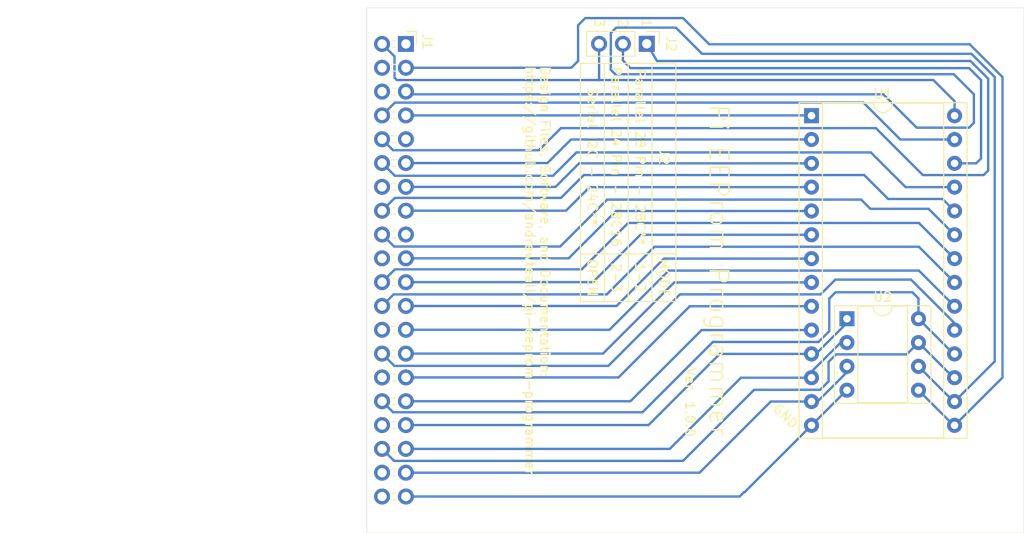
<source format=kicad_pcb>
(kicad_pcb (version 20211014) (generator pcbnew)
  (title_block (title "Pi EEPROM Programmer") (date "2023-12-04") (rev "1.0.0"))
  (layers (0 "F.Cu" signal) (31 "B.Cu" signal) (34 "B.Paste" user) (35 "F.Paste" user) (36 "B.SilkS" user "B.Silkscreen") (37 "F.SilkS" user "F.Silkscreen") (38 "B.Mask" user) (39 "F.Mask" user) (44 "Edge.Cuts" user))
  (net 0 "")
  (net 1 "3v3")
  (net 2 "5v")
  (net 3 "GND")
  (net 4 "#4")
  (net 5 "TXD")
  (net 6 "RXD")
  (net 7 "#17")
  (net 8 "#18")
  (net 9 "#27")
  (net 10 "#22")
  (net 11 "#23")
  (net 12 "#24")
  (net 13 "MOSI")
  (net 14 "MISO")
  (net 15 "#25")
  (net 16 "SCLK")
  (net 17 "CE0")
  (net 18 "CE1")
  (net 19 "EED")
  (net 20 "EEC")
  (net 21 "#5")
  (net 22 "#6")
  (net 23 "#12")
  (net 24 "#13")
  (net 25 "#19")
  (net 26 "#16")
  (net 27 "#26")
  (net 28 "GND1")
  (net 37 "SDA")
  (net 38 "SCL")
  (net 39 "SW_SEL")
  (footprint "Connector_PinSocket_2.54mm:PinSocket_2x20_P2.54mm_Horizontal" (layer "F.Cu") (at 136.595201 44.9215)
    (fp_text reference "J1" (at 2.2748 -0.23 270 unlocked) (layer "F.SilkS"))
    (fp_text value "Raspberry Pi GPIO Connector")
    (fp_line (start -1.49 38.46) (end -1.05 38.46) (layer "F.SilkS") (width 0.12))
    (fp_line (start -1.49 9.8) (end -1.05 9.8) (layer "F.SilkS") (width 0.12))
    (fp_line (start -1.49 47.9) (end -1.05 47.9) (layer "F.SilkS") (width 0.12))
    (fp_line (start -1.49 30.12) (end -1.05 30.12) (layer "F.SilkS") (width 0.12))
    (fp_line (start -1.49 4.72) (end -1.05 4.72) (layer "F.SilkS") (width 0.12))
    (fp_line (start -1.49 32.66) (end -1.05 32.66) (layer "F.SilkS") (width 0.12))
    (fp_line (start -1.49 14.88) (end -1.05 14.88) (layer "F.SilkS") (width 0.12))
    (fp_line (start -1.49 5.44) (end -1.05 5.44) (layer "F.SilkS") (width 0.12))
    (fp_line (start -1.49 42.82) (end -1.05 42.82) (layer "F.SilkS") (width 0.12))
    (fp_line (start -1.49 23.22) (end -1.05 23.22) (layer "F.SilkS") (width 0.12))
    (fp_line (start -1.49 22.5) (end -1.05 22.5) (layer "F.SilkS") (width 0.12))
    (fp_line (start -1.49 27.58) (end -1.05 27.58) (layer "F.SilkS") (width 0.12))
    (fp_line (start -1.49 12.34) (end -1.05 12.34) (layer "F.SilkS") (width 0.12))
    (fp_line (start -1.49 45.36) (end -1.05 45.36) (layer "F.SilkS") (width 0.12))
    (fp_line (start -1.49 46.08) (end -1.05 46.08) (layer "F.SilkS") (width 0.12))
    (fp_line (start -1.49 20.68) (end -1.05 20.68) (layer "F.SilkS") (width 0.12))
    (fp_line (start -1.49 25.76) (end -1.05 25.76) (layer "F.SilkS") (width 0.12))
    (fp_line (start -1.49 37.74) (end -1.05 37.74) (layer "F.SilkS") (width 0.12))
    (fp_line (start -1.49 41) (end -1.05 41) (layer "F.SilkS") (width 0.12))
    (fp_line (start -1.49 25.04) (end -1.05 25.04) (layer "F.SilkS") (width 0.12))
    (fp_line (start -1.49 7.98) (end -1.05 7.98) (layer "F.SilkS") (width 0.12))
    (fp_line (start -1.49 13.06) (end -1.05 13.06) (layer "F.SilkS") (width 0.12))
    (fp_line (start 1.11 -1.33) (end 1.11 0) (layer "F.SilkS") (width 0.12))
    (fp_line (start -1.49 2.18) (end -1.05 2.18) (layer "F.SilkS") (width 0.12))
    (fp_line (start -1.49 43.54) (end -1.05 43.54) (layer "F.SilkS") (width 0.12))
    (fp_line (start -1.49 7.26) (end -1.05 7.26) (layer "F.SilkS") (width 0.12))
    (fp_line (start -1.49 30.84) (end -1.05 30.84) (layer "F.SilkS") (width 0.12))
    (fp_line (start -1.49 2.9) (end -1.05 2.9) (layer "F.SilkS") (width 0.12))
    (fp_line (start 0 -1.33) (end 1.11 -1.33) (layer "F.SilkS") (width 0.12))
    (fp_line (start -1.49 18.14) (end -1.05 18.14) (layer "F.SilkS") (width 0.12))
    (fp_line (start -1.49 35.2) (end -1.05 35.2) (layer "F.SilkS") (width 0.12))
    (fp_line (start -1.49 28.3) (end -1.05 28.3) (layer "F.SilkS") (width 0.12))
    (fp_line (start -1.49 15.6) (end -1.05 15.6) (layer "F.SilkS") (width 0.12))
    (fp_line (start -1.49 17.42) (end -1.05 17.42) (layer "F.SilkS") (width 0.12))
    (fp_line (start -1.49 19.96) (end -1.05 19.96) (layer "F.SilkS") (width 0.12))
    (fp_line (start -1.49 35.92) (end -1.05 35.92) (layer "F.SilkS") (width 0.12))
    (fp_line (start -1.49 10.52) (end -1.05 10.52) (layer "F.SilkS") (width 0.12))
    (fp_line (start -1.49 33.38) (end -1.05 33.38) (layer "F.SilkS") (width 0.12))
    (fp_line (start -1.49 0.36) (end -1.11 0.36) (layer "F.SilkS") (width 0.12))
    (fp_line (start -1.49 48.62) (end -1.05 48.62) (layer "F.SilkS") (width 0.12))
    (fp_line (start -1.49 -0.36) (end -1.11 -0.36) (layer "F.SilkS") (width 0.12))
    (fp_line (start -1.49 40.28) (end -1.05 40.28) (layer "F.SilkS") (width 0.12))
    (pad "1" thru_hole rect (at 0 0) (size 1.7 1.7) (drill 1) (layers *.Cu *.Mask) (net 1 "3v3"))
    (pad "2" thru_hole oval (at -2.54 0) (size 1.7 1.7) (drill 1) (layers *.Cu *.Mask) (net 2 "5v"))
    (pad "3" thru_hole oval (at 0 2.54) (size 1.7 1.7) (drill 1) (layers *.Cu *.Mask) (net 37 "SDA"))
    (pad "4" thru_hole oval (at -2.54 2.54) (size 1.7 1.7) (drill 1) (layers *.Cu *.Mask))
    (pad "5" thru_hole oval (at 0 5.08) (size 1.7 1.7) (drill 1) (layers *.Cu *.Mask) (net 38 "SCL"))
    (pad "6" thru_hole oval (at -2.54 5.08) (size 1.7 1.7) (drill 1) (layers *.Cu *.Mask))
    (pad "7" thru_hole oval (at 0 7.62) (size 1.7 1.7) (drill 1) (layers *.Cu *.Mask) (net 4 "#4"))
    (pad "8" thru_hole oval (at -2.54 7.62) (size 1.7 1.7) (drill 1) (layers *.Cu *.Mask) (net 5 "TXD"))
    (pad "9" thru_hole oval (at 0 10.16) (size 1.7 1.7) (drill 1) (layers *.Cu *.Mask))
    (pad "10" thru_hole oval (at -2.54 10.16) (size 1.7 1.7) (drill 1) (layers *.Cu *.Mask) (net 6 "RXD"))
    (pad "11" thru_hole oval (at 0 12.7) (size 1.7 1.7) (drill 1) (layers *.Cu *.Mask) (net 7 "#17"))
    (pad "12" thru_hole oval (at -2.54 12.7) (size 1.7 1.7) (drill 1) (layers *.Cu *.Mask) (net 8 "#18"))
    (pad "13" thru_hole oval (at 0 15.24) (size 1.7 1.7) (drill 1) (layers *.Cu *.Mask) (net 9 "#27"))
    (pad "14" thru_hole oval (at -2.54 15.24) (size 1.7 1.7) (drill 1) (layers *.Cu *.Mask))
    (pad "15" thru_hole oval (at 0 17.78) (size 1.7 1.7) (drill 1) (layers *.Cu *.Mask) (net 10 "#22"))
    (pad "16" thru_hole oval (at -2.54 17.78) (size 1.7 1.7) (drill 1) (layers *.Cu *.Mask) (net 11 "#23"))
    (pad "17" thru_hole oval (at 0 20.32) (size 1.7 1.7) (drill 1) (layers *.Cu *.Mask))
    (pad "18" thru_hole oval (at -2.54 20.32) (size 1.7 1.7) (drill 1) (layers *.Cu *.Mask) (net 12 "#24"))
    (pad "19" thru_hole oval (at 0 22.86) (size 1.7 1.7) (drill 1) (layers *.Cu *.Mask) (net 13 "MOSI"))
    (pad "20" thru_hole oval (at -2.54 22.86) (size 1.7 1.7) (drill 1) (layers *.Cu *.Mask))
    (pad "21" thru_hole oval (at 0 25.4) (size 1.7 1.7) (drill 1) (layers *.Cu *.Mask) (net 14 "MISO"))
    (pad "22" thru_hole oval (at -2.54 25.4) (size 1.7 1.7) (drill 1) (layers *.Cu *.Mask) (net 15 "#25"))
    (pad "23" thru_hole oval (at 0 27.94) (size 1.7 1.7) (drill 1) (layers *.Cu *.Mask) (net 16 "SCLK"))
    (pad "24" thru_hole oval (at -2.54 27.94) (size 1.7 1.7) (drill 1) (layers *.Cu *.Mask) (net 17 "CE0"))
    (pad "25" thru_hole oval (at 0 30.48) (size 1.7 1.7) (drill 1) (layers *.Cu *.Mask) (net 28 "GND1"))
    (pad "26" thru_hole oval (at -2.54 30.48) (size 1.7 1.7) (drill 1) (layers *.Cu *.Mask) (net 18 "CE1"))
    (pad "27" thru_hole oval (at 0 33.02) (size 1.7 1.7) (drill 1) (layers *.Cu *.Mask) (net 19 "EED"))
    (pad "28" thru_hole oval (at -2.54 33.02) (size 1.7 1.7) (drill 1) (layers *.Cu *.Mask) (net 20 "EEC"))
    (pad "29" thru_hole oval (at 0 35.56) (size 1.7 1.7) (drill 1) (layers *.Cu *.Mask) (net 21 "#5"))
    (pad "30" thru_hole oval (at -2.54 35.56) (size 1.7 1.7) (drill 1) (layers *.Cu *.Mask))
    (pad "31" thru_hole oval (at 0 38.1) (size 1.7 1.7) (drill 1) (layers *.Cu *.Mask) (net 22 "#6"))
    (pad "32" thru_hole oval (at -2.54 38.1) (size 1.7 1.7) (drill 1) (layers *.Cu *.Mask) (net 23 "#12"))
    (pad "33" thru_hole oval (at 0 40.64) (size 1.7 1.7) (drill 1) (layers *.Cu *.Mask) (net 24 "#13"))
    (pad "34" thru_hole oval (at -2.54 40.64) (size 1.7 1.7) (drill 1) (layers *.Cu *.Mask))
    (pad "35" thru_hole oval (at 0 43.18) (size 1.7 1.7) (drill 1) (layers *.Cu *.Mask) (net 25 "#19"))
    (pad "36" thru_hole oval (at -2.54 43.18) (size 1.7 1.7) (drill 1) (layers *.Cu *.Mask) (net 26 "#16"))
    (pad "37" thru_hole oval (at 0 45.72) (size 1.7 1.7) (drill 1) (layers *.Cu *.Mask) (net 27 "#26"))
    (pad "38" thru_hole oval (at -2.54 45.72) (size 1.7 1.7) (drill 1) (layers *.Cu *.Mask))
    (pad "39" thru_hole oval (at 0 48.26) (size 1.7 1.7) (drill 1) (layers *.Cu *.Mask) (net 3 "GND"))
    (pad "40" thru_hole oval (at -2.54 48.26) (size 1.7 1.7) (drill 1) (layers *.Cu *.Mask))
  )
  (footprint "Package_DIP:DIP-28_W15.24mm_Socket" (layer "F.Cu") (at 179.8066 52.5715)
    (fp_text reference "U1" (at 7.62 -2.33) (layer "F.SilkS"))
    (fp_text value "ZIF Socket")
    (fp_line (start -1.33 -1.39) (end -1.33 34.41) (layer "F.SilkS") (width 0.12))
    (fp_line (start 16.57 34.41) (end 16.57 -1.39) (layer "F.SilkS") (width 0.12))
    (fp_line (start 1.16 34.35) (end 14.08 34.35) (layer "F.SilkS") (width 0.12))
    (fp_line (start 14.08 -1.33) (end 8.62 -1.33) (layer "F.SilkS") (width 0.12))
    (fp_line (start 14.08 34.35) (end 14.08 -1.33) (layer "F.SilkS") (width 0.12))
    (fp_line (start 16.57 -1.39) (end -1.33 -1.39) (layer "F.SilkS") (width 0.12))
    (fp_line (start -1.33 34.41) (end 16.57 34.41) (layer "F.SilkS") (width 0.12))
    (fp_line (start 1.16 -1.33) (end 1.16 34.35) (layer "F.SilkS") (width 0.12))
    (fp_line (start 6.62 -1.33) (end 1.16 -1.33) (layer "F.SilkS") (width 0.12))
    (fp_arc (start 8.62 -1.33) (mid 7.62 -0.33) (end 6.62 -1.33) (layer "F.SilkS") (width 0.12))
    (pad "1" thru_hole rect (at 0 0) (size 1.6 1.6) (drill 0.8) (layers *.Cu *.Mask) (net 4 "#4"))
    (pad "2" thru_hole oval (at 0 2.54) (size 1.6 1.6) (drill 0.8) (layers *.Cu *.Mask) (net 7 "#17"))
    (pad "3" thru_hole oval (at 0 5.08) (size 1.6 1.6) (drill 0.8) (layers *.Cu *.Mask) (net 9 "#27"))
    (pad "4" thru_hole oval (at 0 7.62) (size 1.6 1.6) (drill 0.8) (layers *.Cu *.Mask) (net 10 "#22"))
    (pad "5" thru_hole oval (at 0 10.16) (size 1.6 1.6) (drill 0.8) (layers *.Cu *.Mask) (net 13 "MOSI"))
    (pad "6" thru_hole oval (at 0 12.7) (size 1.6 1.6) (drill 0.8) (layers *.Cu *.Mask) (net 14 "MISO"))
    (pad "7" thru_hole oval (at 0 15.24) (size 1.6 1.6) (drill 0.8) (layers *.Cu *.Mask) (net 16 "SCLK"))
    (pad "8" thru_hole oval (at 0 17.78) (size 1.6 1.6) (drill 0.8) (layers *.Cu *.Mask) (net 19 "EED"))
    (pad "9" thru_hole oval (at 0 20.32) (size 1.6 1.6) (drill 0.8) (layers *.Cu *.Mask) (net 21 "#5"))
    (pad "10" thru_hole oval (at 0 22.86) (size 1.6 1.6) (drill 0.8) (layers *.Cu *.Mask) (net 22 "#6"))
    (pad "11" thru_hole oval (at 0 25.4) (size 1.6 1.6) (drill 0.8) (layers *.Cu *.Mask) (net 24 "#13"))
    (pad "12" thru_hole oval (at 0 27.94) (size 1.6 1.6) (drill 0.8) (layers *.Cu *.Mask) (net 25 "#19"))
    (pad "13" thru_hole oval (at 0 30.48) (size 1.6 1.6) (drill 0.8) (layers *.Cu *.Mask) (net 27 "#26"))
    (pad "14" thru_hole oval (at 0 33.02) (size 1.6 1.6) (drill 0.8) (layers *.Cu *.Mask) (net 3 "GND"))
    (pad "15" thru_hole oval (at 15.24 33.02) (size 1.6 1.6) (drill 0.8) (layers *.Cu *.Mask) (net 37 "SDA"))
    (pad "16" thru_hole oval (at 15.24 30.48) (size 1.6 1.6) (drill 0.8) (layers *.Cu *.Mask) (net 38 "SCL"))
    (pad "17" thru_hole oval (at 15.24 27.94) (size 1.6 1.6) (drill 0.8) (layers *.Cu *.Mask) (net 26 "#16"))
    (pad "18" thru_hole oval (at 15.24 25.4) (size 1.6 1.6) (drill 0.8) (layers *.Cu *.Mask) (net 23 "#12"))
    (pad "19" thru_hole oval (at 15.24 22.86) (size 1.6 1.6) (drill 0.8) (layers *.Cu *.Mask) (net 20 "EEC"))
    (pad "20" thru_hole oval (at 15.24 20.32) (size 1.6 1.6) (drill 0.8) (layers *.Cu *.Mask) (net 28 "GND1"))
    (pad "21" thru_hole oval (at 15.24 17.78) (size 1.6 1.6) (drill 0.8) (layers *.Cu *.Mask) (net 17 "CE0"))
    (pad "22" thru_hole oval (at 15.24 15.24) (size 1.6 1.6) (drill 0.8) (layers *.Cu *.Mask) (net 15 "#25"))
    (pad "23" thru_hole oval (at 15.24 12.7) (size 1.6 1.6) (drill 0.8) (layers *.Cu *.Mask) (net 12 "#24"))
    (pad "24" thru_hole oval (at 15.24 10.16) (size 1.6 1.6) (drill 0.8) (layers *.Cu *.Mask) (net 11 "#23"))
    (pad "25" thru_hole oval (at 15.24 7.62) (size 1.6 1.6) (drill 0.8) (layers *.Cu *.Mask) (net 8 "#18"))
    (pad "26" thru_hole oval (at 15.24 5.08) (size 1.6 1.6) (drill 0.8) (layers *.Cu *.Mask) (net 39 "SW_SEL"))
    (pad "27" thru_hole oval (at 15.24 2.54) (size 1.6 1.6) (drill 0.8) (layers *.Cu *.Mask) (net 5 "TXD"))
    (pad "28" thru_hole oval (at 15.24 0) (size 1.6 1.6) (drill 0.8) (layers *.Cu *.Mask) (net 2 "5v"))
  )
  (footprint "Package_DIP:DIP-8_W7.62mm_Socket" (layer "F.Cu") (at 183.5816 74.225)
    (fp_text reference "U2" (at 3.81 -2.33) (layer "F.SilkS"))
    (fp_text value "24C01-24C1024")
    (fp_line (start -1.33 9.01) (end 8.95 9.01) (layer "F.SilkS") (width 0.12))
    (fp_line (start -1.33 -1.39) (end -1.33 9.01) (layer "F.SilkS") (width 0.12))
    (fp_line (start 1.16 -1.33) (end 1.16 8.95) (layer "F.SilkS") (width 0.12))
    (fp_line (start 6.46 8.95) (end 6.46 -1.33) (layer "F.SilkS") (width 0.12))
    (fp_line (start 8.95 -1.39) (end -1.33 -1.39) (layer "F.SilkS") (width 0.12))
    (fp_line (start 1.16 8.95) (end 6.46 8.95) (layer "F.SilkS") (width 0.12))
    (fp_line (start 6.46 -1.33) (end 4.81 -1.33) (layer "F.SilkS") (width 0.12))
    (fp_line (start 2.81 -1.33) (end 1.16 -1.33) (layer "F.SilkS") (width 0.12))
    (fp_line (start 8.95 9.01) (end 8.95 -1.39) (layer "F.SilkS") (width 0.12))
    (fp_arc (start 4.81 -1.33) (mid 3.81 -0.33) (end 2.81 -1.33) (layer "F.SilkS") (width 0.12))
    (pad "1" thru_hole rect (at 0 0) (size 1.6 1.6) (drill 0.8) (layers *.Cu *.Mask) (net 24 "#13"))
    (pad "2" thru_hole oval (at 0 2.54) (size 1.6 1.6) (drill 0.8) (layers *.Cu *.Mask) (net 25 "#19"))
    (pad "3" thru_hole oval (at 0 5.08) (size 1.6 1.6) (drill 0.8) (layers *.Cu *.Mask) (net 27 "#26"))
    (pad "4" thru_hole oval (at 0 7.62) (size 1.6 1.6) (drill 0.8) (layers *.Cu *.Mask) (net 3 "GND"))
    (pad "5" thru_hole oval (at 7.62 7.62) (size 1.6 1.6) (drill 0.8) (layers *.Cu *.Mask) (net 37 "SDA"))
    (pad "6" thru_hole oval (at 7.62 5.08) (size 1.6 1.6) (drill 0.8) (layers *.Cu *.Mask) (net 38 "SCL"))
    (pad "7" thru_hole oval (at 7.62 2.54) (size 1.6 1.6) (drill 0.8) (layers *.Cu *.Mask) (net 26 "#16"))
    (pad "8" thru_hole oval (at 7.62 0) (size 1.6 1.6) (drill 0.8) (layers *.Cu *.Mask) (net 23 "#12"))
  )
  (footprint "Connector_PinHeader_2.54mm:PinHeader_1x03_P2.54mm_Vertical" (layer "F.Cu") (at 162.2552 44.9072 -90)
    (fp_text reference "J2" (at 0 -2.584 -90 unlocked) (layer "F.SilkS"))
    (fp_text value "Conn_01x03")
    (fp_line (start 1.33 1.27) (end 1.33 6.41) (layer "F.SilkS") (width 0.12))
    (fp_line (start -1.33 6.41) (end 1.33 6.41) (layer "F.SilkS") (width 0.12))
    (fp_line (start -1.33 1.27) (end 1.33 1.27) (layer "F.SilkS") (width 0.12))
    (fp_line (start -1.33 1.27) (end -1.33 6.41) (layer "F.SilkS") (width 0.12))
    (fp_line (start -1.33 0) (end -1.33 -1.33) (layer "F.SilkS") (width 0.12))
    (fp_line (start -1.33 -1.33) (end 0 -1.33) (layer "F.SilkS") (width 0.12))
    (pad "1" thru_hole rect (at 0 0 270) (size 1.7 1.7) (drill 1) (layers *.Cu *.Mask) (net 6 "RXD"))
    (pad "2" thru_hole oval (at 0 2.54 270) (size 1.7 1.7) (drill 1) (layers *.Cu *.Mask) (net 39 "SW_SEL"))
    (pad "3" thru_hole oval (at 0 5.08 270) (size 1.7 1.7) (drill 1) (layers *.Cu *.Mask) (net 2 "5v"))
  )
  (gr_line (start 162.814 46.99) (end 162.814 72.39) (layer "F.SilkS") (width 0.12))
  (gr_rect (start 165.354 46.99) (end 155.194 72.39) (layer "F.SilkS") (width 0.12) (fill none))
  (gr_line (start 165.354 67.31) (end 155.194 67.31) (layer "F.SilkS") (width 0.12))
  (gr_line (start 157.734 72.39) (end 157.734 46.99) (layer "F.SilkS") (width 0.12))
  (gr_line (start 160.274 72.39) (end 160.274 46.99) (layer "F.SilkS") (width 0.12))
  (gr_rect (start 132.4356 41.0715) (end 202.4356 97.0715) (layer "Edge.Cuts") (width 0.05) (fill none))
  (gr_text "Pi EEProm Programmer" (at 169.926 69.0715 270) (layer "F.SilkS") (effects (font (size 2 2))))
  (gr_text "Parallel 28 Pin - 28C**" (at 161.544 56.959524 270) (layer "F.SilkS") (effects (font (size 1 1))))
  (gr_text "Ver. 1.0.0" (at 166.878 83.142929 270) (layer "F.SilkS") (effects (font (size 1 1))))
  (gr_text "GND" (at 177.038 84.6122 -45) (layer "F.SilkS") (effects (font (size 1 1))))
  (gr_text "2-3" (at 159.004 69.85 270) (layer "F.SilkS") (effects (font (size 1 1))))
  (gr_text "Parallel 24 Pin - 28C16" (at 159.004 56.959524 270) (layer "F.SilkS") (effects (font (size 1 1))))
  (gr_text "Serial I2C - 24C**" (at 156.464 56.959524 270) (layer "F.SilkS") (effects (font (size 1 1))))
  (gr_text "Design Files, Software, and Documentation:\nhttps://github.com/andrewteall/pi-eeprom-programmer" (at 150.622 47.186976 270) (layer "F.SilkS") (effects (font (size 1 1)) (justify left)))
  (gr_text "2" (at 159.7152 42.6882 270) (layer "F.SilkS") (effects (font (size 1 1))))
  (gr_text "3" (at 157.1752 42.6882 270) (layer "F.SilkS") (effects (font (size 1 1))))
  (gr_text "J2" (at 164.084 56.959524 270) (layer "F.SilkS") (effects (font (size 1 1))))
  (gr_text "1" (at 162.2552 42.6882 270) (layer "F.SilkS") (effects (font (size 1 1))))
  (gr_text "MODE" (at 164.084 69.85 270) (layer "F.SilkS") (effects (font (size 1 1))))
  (gr_text "1-2" (at 161.544 69.85 270) (layer "F.SilkS") (effects (font (size 1 1))))
  (gr_text "OPEN" (at 156.464 69.85 270) (layer "F.SilkS") (effects (font (size 1 1))))
  (segment (start 195.0466 52.5715) (end 195.0466 51.0286) (width 0.25) (layer "B.Cu") (net 2))
  (segment (start 157.182 48.768) (end 135.636 48.768) (width 0.25) (layer "B.Cu") (net 2))
  (segment (start 135.382 46.248299) (end 134.055201 44.9215) (width 0.25) (layer "B.Cu") (net 2))
  (segment (start 135.382 48.514) (end 135.382 46.248299) (width 0.25) (layer "B.Cu") (net 2))
  (segment (start 157.1752 48.7612) (end 157.182 48.768) (width 0.25) (layer "B.Cu") (net 2))
  (segment (start 192.786 48.768) (end 157.182 48.768) (width 0.25) (layer "B.Cu") (net 2))
  (segment (start 135.636 48.768) (end 135.382 48.514) (width 0.25) (layer "B.Cu") (net 2))
  (segment (start 195.0466 51.0286) (end 192.786 48.768) (width 0.25) (layer "B.Cu") (net 2))
  (segment (start 157.1752 44.9072) (end 157.1752 48.7612) (width 0.25) (layer "B.Cu") (net 2))
  (segment (start 172.593 92.7354) (end 172.6627 92.7354) (width 0.25) (layer "B.Cu") (net 3))
  (segment (start 183.5531 81.845) (end 183.5816 81.845) (width 0.25) (layer "B.Cu") (net 3))
  (segment (start 179.8066 85.5915) (end 183.5531 81.845) (width 0.25) (layer "B.Cu") (net 3))
  (segment (start 136.595201 93.1815) (end 172.1469 93.1815) (width 0.25) (layer "B.Cu") (net 3))
  (segment (start 172.6627 92.7354) (end 179.8066 85.5915) (width 0.25) (layer "B.Cu") (net 3))
  (segment (start 172.1469 93.1815) (end 172.593 92.7354) (width 0.25) (layer "B.Cu") (net 3))
  (segment (start 136.595201 52.5415) (end 179.7766 52.5415) (width 0.25) (layer "B.Cu") (net 4))
  (segment (start 179.7766 52.5415) (end 179.8066 52.5715) (width 0.25) (layer "B.Cu") (net 4))
  (segment (start 189.2743 55.1115) (end 195.0466 55.1115) (width 0.25) (layer "B.Cu") (net 5))
  (segment (start 134.055201 52.5415) (end 135.420201 51.1765) (width 0.25) (layer "B.Cu") (net 5))
  (segment (start 135.420201 51.1765) (end 185.3393 51.1765) (width 0.25) (layer "B.Cu") (net 5))
  (segment (start 185.3393 51.1765) (end 189.2743 55.1115) (width 0.25) (layer "B.Cu") (net 5))
  (segment (start 134.055201 55.0815) (end 135.230201 56.2565) (width 0.25) (layer "B.Cu") (net 6))
  (segment (start 196.736 46.736) (end 163.35248 46.736) (width 0.25) (layer "B.Cu") (net 6))
  (segment (start 163.35248 46.736) (end 162.2552 44.9072) (width 0.25) (layer "B.Cu") (net 6))
  (segment (start 186.6646 53.8988) (end 191.6684 58.9026) (width 0.25) (layer "B.Cu") (net 6))
  (segment (start 198.628 58.42) (end 198.628 48.628) (width 0.25) (layer "B.Cu") (net 6))
  (segment (start 198.628 48.628) (end 196.736 46.736) (width 0.25) (layer "B.Cu") (net 6))
  (segment (start 135.230201 56.2565) (end 150.7535 56.2565) (width 0.25) (layer "B.Cu") (net 6))
  (segment (start 191.6684 58.9026) (end 198.1454 58.9026) (width 0.25) (layer "B.Cu") (net 6))
  (segment (start 150.7535 56.2565) (end 153.1112 53.8988) (width 0.25) (layer "B.Cu") (net 6))
  (segment (start 198.1454 58.9026) (end 198.628 58.42) (width 0.25) (layer "B.Cu") (net 6))
  (segment (start 153.1112 53.8988) (end 186.6646 53.8988) (width 0.25) (layer "B.Cu") (net 6))
  (segment (start 136.595201 57.6215) (end 151.6745 57.6215) (width 0.25) (layer "B.Cu") (net 7))
  (segment (start 151.6745 57.6215) (end 154.1845 55.1115) (width 0.25) (layer "B.Cu") (net 7))
  (segment (start 154.1845 55.1115) (end 179.8066 55.1115) (width 0.25) (layer "B.Cu") (net 7))
  (segment (start 135.412501 58.9788) (end 152.273 58.9788) (width 0.25) (layer "B.Cu") (net 8))
  (segment (start 186.1312 56.4896) (end 189.8331 60.1915) (width 0.25) (layer "B.Cu") (net 8))
  (segment (start 134.055201 57.6215) (end 135.412501 58.9788) (width 0.25) (layer "B.Cu") (net 8))
  (segment (start 154.7622 56.4896) (end 186.1312 56.4896) (width 0.25) (layer "B.Cu") (net 8))
  (segment (start 189.8331 60.1915) (end 195.0466 60.1915) (width 0.25) (layer "B.Cu") (net 8))
  (segment (start 152.273 58.9788) (end 154.7622 56.4896) (width 0.25) (layer "B.Cu") (net 8))
  (segment (start 136.595201 60.1615) (end 152.5381 60.1615) (width 0.25) (layer "B.Cu") (net 9))
  (segment (start 155.0481 57.6515) (end 179.8066 57.6515) (width 0.25) (layer "B.Cu") (net 9))
  (segment (start 152.5381 60.1615) (end 155.0481 57.6515) (width 0.25) (layer "B.Cu") (net 9))
  (segment (start 153.6557 62.7015) (end 156.1657 60.1915) (width 0.25) (layer "B.Cu") (net 10))
  (segment (start 136.595201 62.7015) (end 153.6557 62.7015) (width 0.25) (layer "B.Cu") (net 10))
  (segment (start 156.1657 60.1915) (end 179.8066 60.1915) (width 0.25) (layer "B.Cu") (net 10))
  (segment (start 187.9674 61.45) (end 193.7651 61.45) (width 0.25) (layer "B.Cu") (net 11))
  (segment (start 185.42 58.9026) (end 187.9674 61.45) (width 0.25) (layer "B.Cu") (net 11))
  (segment (start 134.055201 62.7015) (end 135.420201 61.3365) (width 0.25) (layer "B.Cu") (net 11))
  (segment (start 193.7651 61.45) (end 195.0466 62.7315) (width 0.25) (layer "B.Cu") (net 11))
  (segment (start 155.5496 58.9026) (end 185.42 58.9026) (width 0.25) (layer "B.Cu") (net 11))
  (segment (start 153.1157 61.3365) (end 155.5496 58.9026) (width 0.25) (layer "B.Cu") (net 11))
  (segment (start 135.420201 61.3365) (end 153.1157 61.3365) (width 0.25) (layer "B.Cu") (net 11))
  (segment (start 134.055201 65.2415) (end 135.336301 66.5226) (width 0.25) (layer "B.Cu") (net 12))
  (segment (start 185.0898 61.5188) (end 186.071 62.5) (width 0.25) (layer "B.Cu") (net 12))
  (segment (start 192.2751 62.5) (end 195.0466 65.2715) (width 0.25) (layer "B.Cu") (net 12))
  (segment (start 153.035 66.5226) (end 158.0388 61.5188) (width 0.25) (layer "B.Cu") (net 12))
  (segment (start 158.0388 61.5188) (end 185.0898 61.5188) (width 0.25) (layer "B.Cu") (net 12))
  (segment (start 186.071 62.5) (end 192.2751 62.5) (width 0.25) (layer "B.Cu") (net 12))
  (segment (start 135.336301 66.5226) (end 153.035 66.5226) (width 0.25) (layer "B.Cu") (net 12))
  (segment (start 158.9851 62.7315) (end 179.8066 62.7315) (width 0.25) (layer "B.Cu") (net 13))
  (segment (start 153.9351 67.7815) (end 158.9851 62.7315) (width 0.25) (layer "B.Cu") (net 13))
  (segment (start 136.595201 67.7815) (end 153.9351 67.7815) (width 0.25) (layer "B.Cu") (net 13))
  (segment (start 161.5759 65.2715) (end 179.8066 65.2715) (width 0.25) (layer "B.Cu") (net 14))
  (segment (start 156.5259 70.3215) (end 161.5759 65.2715) (width 0.25) (layer "B.Cu") (net 14))
  (segment (start 136.595201 70.3215) (end 156.5259 70.3215) (width 0.25) (layer "B.Cu") (net 14))
  (segment (start 134.055201 70.3215) (end 135.420201 68.9565) (width 0.25) (layer "B.Cu") (net 15))
  (segment (start 155.3255 68.9565) (end 160.274 64.008) (width 0.25) (layer "B.Cu") (net 15))
  (segment (start 135.420201 68.9565) (end 155.3255 68.9565) (width 0.25) (layer "B.Cu") (net 15))
  (segment (start 160.274 64.008) (end 191.2431 64.008) (width 0.25) (layer "B.Cu") (net 15))
  (segment (start 191.2431 64.008) (end 195.0466 67.8115) (width 0.25) (layer "B.Cu") (net 15))
  (segment (start 159.0405 72.8615) (end 164.0905 67.8115) (width 0.25) (layer "B.Cu") (net 16))
  (segment (start 164.0905 67.8115) (end 179.8066 67.8115) (width 0.25) (layer "B.Cu") (net 16))
  (segment (start 136.595201 72.8615) (end 159.0405 72.8615) (width 0.25) (layer "B.Cu") (net 16))
  (segment (start 163.068 66.548) (end 157.988 71.628) (width 0.25) (layer "B.Cu") (net 17))
  (segment (start 195.0466 70.3515) (end 191.2431 66.548) (width 0.25) (layer "B.Cu") (net 17))
  (segment (start 191.2431 66.548) (end 163.068 66.548) (width 0.25) (layer "B.Cu") (net 17))
  (segment (start 157.988 71.628) (end 135.288701 71.628) (width 0.25) (layer "B.Cu") (net 17))
  (segment (start 135.288701 71.628) (end 134.055201 72.8615) (width 0.25) (layer "B.Cu") (net 17))
  (segment (start 136.595201 77.9415) (end 157.5927 77.9415) (width 0.25) (layer "B.Cu") (net 19))
  (segment (start 165.1827 70.3515) (end 179.8066 70.3515) (width 0.25) (layer "B.Cu") (net 19))
  (segment (start 157.5927 77.9415) (end 165.1827 70.3515) (width 0.25) (layer "B.Cu") (net 19))
  (segment (start 190.4 70.05) (end 195.0466 74.6966) (width 0.25) (layer "B.Cu") (net 20))
  (segment (start 134.055201 77.9415) (end 135.361701 79.248) (width 0.25) (layer "B.Cu") (net 20))
  (segment (start 135.361701 79.248) (end 158.1658 79.248) (width 0.25) (layer "B.Cu") (net 20))
  (segment (start 158.1658 79.248) (end 165.7888 71.625) (width 0.25) (layer "B.Cu") (net 20))
  (segment (start 182.35 70.05) (end 190.4 70.05) (width 0.25) (layer "B.Cu") (net 20))
  (segment (start 180.775 71.625) (end 182.35 70.05) (width 0.25) (layer "B.Cu") (net 20))
  (segment (start 165.7888 71.625) (end 180.775 71.625) (width 0.25) (layer "B.Cu") (net 20))
  (segment (start 195.0466 74.6966) (end 195.0466 75.4315) (width 0.25) (layer "B.Cu") (net 20))
  (segment (start 159.2437 80.4815) (end 166.8337 72.8915) (width 0.25) (layer "B.Cu") (net 21))
  (segment (start 136.595201 80.4815) (end 159.2437 80.4815) (width 0.25) (layer "B.Cu") (net 21))
  (segment (start 166.8337 72.8915) (end 179.8066 72.8915) (width 0.25) (layer "B.Cu") (net 21))
  (segment (start 160.5137 83.0215) (end 168.1037 75.4315) (width 0.25) (layer "B.Cu") (net 22))
  (segment (start 168.1037 75.4315) (end 179.8066 75.4315) (width 0.25) (layer "B.Cu") (net 22))
  (segment (start 136.595201 83.0215) (end 160.5137 83.0215) (width 0.25) (layer "B.Cu") (net 22))
  (segment (start 134.055201 83.0215) (end 135.230201 84.1965) (width 0.25) (layer "B.Cu") (net 23))
  (segment (start 181.7 72.075) (end 182.375 71.4) (width 0.25) (layer "B.Cu") (net 23))
  (segment (start 182.375 71.4) (end 190.55 71.4) (width 0.25) (layer "B.Cu") (net 23))
  (segment (start 169.299 76.7) (end 180.55 76.7) (width 0.25) (layer "B.Cu") (net 23))
  (segment (start 135.230201 84.1965) (end 161.8025 84.1965) (width 0.25) (layer "B.Cu") (net 23))
  (segment (start 180.55 76.7) (end 181.7 75.55) (width 0.25) (layer "B.Cu") (net 23))
  (segment (start 191.2016 72.0516) (end 191.2016 74.225) (width 0.25) (layer "B.Cu") (net 23))
  (segment (start 181.7 75.55) (end 181.7 72.075) (width 0.25) (layer "B.Cu") (net 23))
  (segment (start 194.9481 77.9715) (end 195.0466 77.9715) (width 0.25) (layer "B.Cu") (net 23))
  (segment (start 190.55 71.4) (end 191.2016 72.0516) (width 0.25) (layer "B.Cu") (net 23))
  (segment (start 191.2016 74.225) (end 194.9481 77.9715) (width 0.25) (layer "B.Cu") (net 23))
  (segment (start 161.8025 84.1965) (end 169.299 76.7) (width 0.25) (layer "B.Cu") (net 23))
  (segment (start 162.4441 85.5615) (end 170.0341 77.9715) (width 0.25) (layer "B.Cu") (net 24))
  (segment (start 183.5816 74.6684) (end 183.5816 74.225) (width 0.25) (layer "B.Cu") (net 24))
  (segment (start 180.2785 77.9715) (end 183.5816 74.6684) (width 0.25) (layer "B.Cu") (net 24))
  (segment (start 179.8066 77.9715) (end 180.2785 77.9715) (width 0.25) (layer "B.Cu") (net 24))
  (segment (start 170.0341 77.9715) (end 179.8066 77.9715) (width 0.25) (layer "B.Cu") (net 24))
  (segment (start 136.595201 85.5615) (end 162.4441 85.5615) (width 0.25) (layer "B.Cu") (net 24))
  (segment (start 182.91 76.765) (end 183.5816 76.765) (width 0.25) (layer "B.Cu") (net 25))
  (segment (start 164.7047 88.1015) (end 172.2947 80.5115) (width 0.25) (layer "B.Cu") (net 25))
  (segment (start 179.8066 80.5115) (end 179.8066 79.8684) (width 0.25) (layer "B.Cu") (net 25))
  (segment (start 136.595201 88.1015) (end 164.7047 88.1015) (width 0.25) (layer "B.Cu") (net 25))
  (segment (start 179.8066 79.8684) (end 182.91 76.765) (width 0.25) (layer "B.Cu") (net 25))
  (segment (start 172.2947 80.5115) (end 179.8066 80.5115) (width 0.25) (layer "B.Cu") (net 25))
  (segment (start 191.2016 76.765) (end 194.9481 80.5115) (width 0.25) (layer "B.Cu") (net 26))
  (segment (start 135.336301 89.3826) (end 166.116 89.3826) (width 0.25) (layer "B.Cu") (net 26))
  (segment (start 173.6986 81.8) (end 180.725 81.8) (width 0.25) (layer "B.Cu") (net 26))
  (segment (start 182.425 78.025) (end 189.9416 78.025) (width 0.25) (layer "B.Cu") (net 26))
  (segment (start 180.725 81.8) (end 181.625 80.9) (width 0.25) (layer "B.Cu") (net 26))
  (segment (start 181.625 80.9) (end 181.625 78.825) (width 0.25) (layer "B.Cu") (net 26))
  (segment (start 166.116 89.3826) (end 173.6986 81.8) (width 0.25) (layer "B.Cu") (net 26))
  (segment (start 181.625 78.825) (end 182.425 78.025) (width 0.25) (layer "B.Cu") (net 26))
  (segment (start 189.9416 78.025) (end 191.2016 76.765) (width 0.25) (layer "B.Cu") (net 26))
  (segment (start 134.055201 88.1015) (end 135.336301 89.3826) (width 0.25) (layer "B.Cu") (net 26))
  (segment (start 194.9481 80.5115) (end 195.0466 80.5115) (width 0.25) (layer "B.Cu") (net 26))
  (segment (start 167.8797 90.6415) (end 175.4697 83.0515) (width 0.25) (layer "B.Cu") (net 27))
  (segment (start 175.4697 83.0515) (end 179.8066 83.0515) (width 0.25) (layer "B.Cu") (net 27))
  (segment (start 179.8066 83.0515) (end 180.4485 83.0515) (width 0.25) (layer "B.Cu") (net 27))
  (segment (start 183.5816 79.9184) (end 183.5816 79.305) (width 0.25) (layer "B.Cu") (net 27))
  (segment (start 136.595201 90.6415) (end 167.8797 90.6415) (width 0.25) (layer "B.Cu") (net 27))
  (segment (start 180.4485 83.0515) (end 183.5816 79.9184) (width 0.25) (layer "B.Cu") (net 27))
  (segment (start 136.595201 75.4015) (end 158.2785 75.4015) (width 0.25) (layer "B.Cu") (net 28))
  (segment (start 191.2431 69.088) (end 195.0466 72.8915) (width 0.25) (layer "B.Cu") (net 28))
  (segment (start 164.592 69.088) (end 191.2431 69.088) (width 0.25) (layer "B.Cu") (net 28))
  (segment (start 158.2785 75.4015) (end 164.592 69.088) (width 0.25) (layer "B.Cu") (net 28))
  (segment (start 200.152 80.498) (end 195.0585 85.5915) (width 0.25) (layer "B.Cu") (net 37))
  (segment (start 154.94 42.926) (end 155.702 42.164) (width 0.25) (layer "B.Cu") (net 37))
  (segment (start 168.91 44.958) (end 196.658 44.958) (width 0.25) (layer "B.Cu") (net 37))
  (segment (start 191.2016 81.845) (end 194.9481 85.5915) (width 0.25) (layer "B.Cu") (net 37))
  (segment (start 200.152 48.452) (end 200.152 80.498) (width 0.25) (layer "B.Cu") (net 37))
  (segment (start 166.116 42.164) (end 168.91 44.958) (width 0.25) (layer "B.Cu") (net 37))
  (segment (start 195.0585 85.5915) (end 195.0466 85.5915) (width 0.25) (layer "B.Cu") (net 37))
  (segment (start 154.2145 47.4615) (end 154.94 46.736) (width 0.25) (layer "B.Cu") (net 37))
  (segment (start 154.94 46.736) (end 154.94 42.926) (width 0.25) (layer "B.Cu") (net 37))
  (segment (start 136.595201 47.4615) (end 154.2145 47.4615) (width 0.25) (layer "B.Cu") (net 37))
  (segment (start 194.9481 85.5915) (end 195.0466 85.5915) (width 0.25) (layer "B.Cu") (net 37))
  (segment (start 196.658 44.958) (end 200.152 48.452) (width 0.25) (layer "B.Cu") (net 37))
  (segment (start 155.702 42.164) (end 166.116 42.164) (width 0.25) (layer "B.Cu") (net 37))
  (segment (start 136.885701 50.292) (end 187.452 50.292) (width 0.25) (layer "B.Cu") (net 38))
  (segment (start 191.008 53.848) (end 196.596 53.848) (width 0.25) (layer "B.Cu") (net 38))
  (segment (start 194.962 48.15) (end 158.894 48.15) (width 0.25) (layer "B.Cu") (net 38))
  (segment (start 158.425 43.759) (end 159.004 43.18) (width 0.25) (layer "B.Cu") (net 38))
  (segment (start 158.894 48.15) (end 158.425 47.681) (width 0.25) (layer "B.Cu") (net 38))
  (segment (start 158.425 47.681) (end 158.425 43.759) (width 0.25) (layer "B.Cu") (net 38))
  (segment (start 196.596 53.848) (end 197.104 53.34) (width 0.25) (layer "B.Cu") (net 38))
  (segment (start 165.354 43.18) (end 168.148 45.974) (width 0.25) (layer "B.Cu") (net 38))
  (segment (start 187.452 50.292) (end 191.008 53.848) (width 0.25) (layer "B.Cu") (net 38))
  (segment (start 199.325 48.449) (end 199.325 78.7731) (width 0.25) (layer "B.Cu") (net 38))
  (segment (start 168.148 45.974) (end 196.85 45.974) (width 0.25) (layer "B.Cu") (net 38))
  (segment (start 191.2016 79.305) (end 194.9481 83.0515) (width 0.25) (layer "B.Cu") (net 38))
  (segment (start 197.104 50.292) (end 194.962 48.15) (width 0.25) (layer "B.Cu") (net 38))
  (segment (start 159.004 43.18) (end 165.354 43.18) (width 0.25) (layer "B.Cu") (net 38))
  (segment (start 194.9481 83.0515) (end 195.0466 83.0515) (width 0.25) (layer "B.Cu") (net 38))
  (segment (start 196.85 45.974) (end 199.325 48.449) (width 0.25) (layer "B.Cu") (net 38))
  (segment (start 197.104 53.34) (end 197.104 50.292) (width 0.25) (layer "B.Cu") (net 38))
  (segment (start 136.595201 50.0015) (end 136.885701 50.292) (width 0.25) (layer "B.Cu") (net 38))
  (segment (start 199.325 78.7731) (end 195.0466 83.0515) (width 0.25) (layer "B.Cu") (net 38))
  (segment (start 197.866 48.768) (end 196.596 47.498) (width 0.25) (layer "B.Cu") (net 39))
  (segment (start 159.7152 46.6852) (end 159.7152 44.9072) (width 0.25) (layer "B.Cu") (net 39))
  (segment (start 195.0466 57.6515) (end 197.3485 57.6515) (width 0.25) (layer "B.Cu") (net 39))
  (segment (start 197.866 57.134) (end 197.866 48.768) (width 0.25) (layer "B.Cu") (net 39))
  (segment (start 160.528 47.498) (end 159.7152 46.6852) (width 0.25) (layer "B.Cu") (net 39))
  (segment (start 197.3485 57.6515) (end 197.866 57.134) (width 0.25) (layer "B.Cu") (net 39))
  (segment (start 196.596 47.498) (end 160.528 47.498) (width 0.25) (layer "B.Cu") (net 39))
)
</source>
